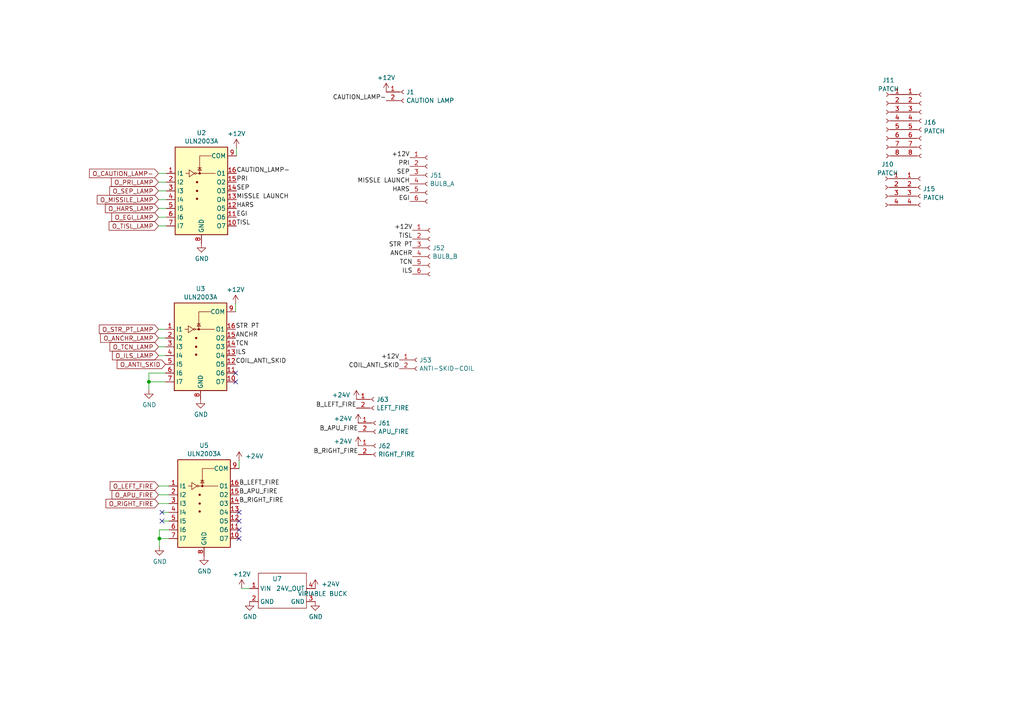
<source format=kicad_sch>
(kicad_sch (version 20231120) (generator "eeschema") (generator_version "8.0")
  (paper "A4")
  (lib_symbols
    (symbol "+12V_1" (power) (pin_names (offset 0))
      (property "Value" "+12V_1" (at 0 3.556 0))
      (symbol "+12V_1_0_1"
        (polyline (pts (xy -0.762 1.27) (xy 0 2.54)))
        (polyline (pts (xy 0 0) (xy 0 2.54)))
        (polyline (pts (xy 0 2.54) (xy 0.762 1.27)))
      )
      (symbol "+12V_1_1_1"
        (pin power_in line (at 0 0 90) (length 0) hide (name "+12V") (number "1"))
      )
    )
    (symbol "Connector:Conn_01x02_Socket" (pin_names (offset 1.016) hide)
      (property "Reference" "J" (at 0 2.54 0))
      (property "Value" "Conn_01x02_Socket" (at 0 -5.08 0))
      (symbol "Conn_01x02_Socket_1_1"
        (arc (start 0 -2.032) (mid -0.5058 -2.54) (end 0 -3.048) (stroke (width 0.1524)))
        (polyline (pts (xy -1.27 -2.54) (xy -0.508 -2.54)) (stroke (width 0.1524)))
        (polyline (pts (xy -1.27 0) (xy -0.508 0)) (stroke (width 0.1524)))
        (arc (start 0 0.508) (mid -0.5058 0) (end 0 -0.508) (stroke (width 0.1524)))
        (pin passive line (at -5.08 0 0) (length 3.81) (name "Pin_1") (number "1"))
        (pin passive line (at -5.08 -2.54 0) (length 3.81) (name "Pin_2") (number "2"))
      )
    )
    (symbol "Connector:Conn_01x04_Female" (pin_names (offset 1.016) hide)
      (property "Reference" "J" (at 0 5.08 0))
      (property "Value" "Conn_01x04_Female" (at 0 -7.62 0))
      (symbol "Conn_01x04_Female_1_1"
        (arc (start 0 -4.572) (mid -0.5058 -5.08) (end 0 -5.588) (stroke (width 0.1524)))
        (arc (start 0 -2.032) (mid -0.5058 -2.54) (end 0 -3.048) (stroke (width 0.1524)))
        (polyline (pts (xy -1.27 -5.08) (xy -0.508 -5.08)) (stroke (width 0.1524)))
        (polyline (pts (xy -1.27 -2.54) (xy -0.508 -2.54)) (stroke (width 0.1524)))
        (polyline (pts (xy -1.27 0) (xy -0.508 0)) (stroke (width 0.1524)))
        (polyline (pts (xy -1.27 2.54) (xy -0.508 2.54)) (stroke (width 0.1524)))
        (arc (start 0 0.508) (mid -0.5058 0) (end 0 -0.508) (stroke (width 0.1524)))
        (arc (start 0 3.048) (mid -0.5058 2.54) (end 0 2.032) (stroke (width 0.1524)))
        (pin passive line (at -5.08 2.54 0) (length 3.81) (name "Pin_1") (number "1"))
        (pin passive line (at -5.08 0 0) (length 3.81) (name "Pin_2") (number "2"))
        (pin passive line (at -5.08 -2.54 0) (length 3.81) (name "Pin_3") (number "3"))
        (pin passive line (at -5.08 -5.08 0) (length 3.81) (name "Pin_4") (number "4"))
      )
    )
    (symbol "Connector:Conn_01x06_Socket" (pin_names (offset 1.016) hide)
      (property "Reference" "J" (at 0 7.62 0))
      (property "Value" "Conn_01x06_Socket" (at 0 -10.16 0))
      (symbol "Conn_01x06_Socket_1_1"
        (arc (start 0 -7.112) (mid -0.5058 -7.62) (end 0 -8.128) (stroke (width 0.1524)))
        (arc (start 0 -4.572) (mid -0.5058 -5.08) (end 0 -5.588) (stroke (width 0.1524)))
        (arc (start 0 -2.032) (mid -0.5058 -2.54) (end 0 -3.048) (stroke (width 0.1524)))
        (polyline (pts (xy -1.27 -7.62) (xy -0.508 -7.62)) (stroke (width 0.1524)))
        (polyline (pts (xy -1.27 -5.08) (xy -0.508 -5.08)) (stroke (width 0.1524)))
        (polyline (pts (xy -1.27 -2.54) (xy -0.508 -2.54)) (stroke (width 0.1524)))
        (polyline (pts (xy -1.27 0) (xy -0.508 0)) (stroke (width 0.1524)))
        (polyline (pts (xy -1.27 2.54) (xy -0.508 2.54)) (stroke (width 0.1524)))
        (polyline (pts (xy -1.27 5.08) (xy -0.508 5.08)) (stroke (width 0.1524)))
        (arc (start 0 0.508) (mid -0.5058 0) (end 0 -0.508) (stroke (width 0.1524)))
        (arc (start 0 3.048) (mid -0.5058 2.54) (end 0 2.032) (stroke (width 0.1524)))
        (arc (start 0 5.588) (mid -0.5058 5.08) (end 0 4.572) (stroke (width 0.1524)))
        (pin passive line (at -5.08 5.08 0) (length 3.81) (name "Pin_1") (number "1"))
        (pin passive line (at -5.08 2.54 0) (length 3.81) (name "Pin_2") (number "2"))
        (pin passive line (at -5.08 0 0) (length 3.81) (name "Pin_3") (number "3"))
        (pin passive line (at -5.08 -2.54 0) (length 3.81) (name "Pin_4") (number "4"))
        (pin passive line (at -5.08 -5.08 0) (length 3.81) (name "Pin_5") (number "5"))
        (pin passive line (at -5.08 -7.62 0) (length 3.81) (name "Pin_6") (number "6"))
      )
    )
    (symbol "Connector:Conn_01x08_Female" (pin_names (offset 1.016) hide)
      (property "Reference" "J" (at 0 10.16 0))
      (property "Value" "Conn_01x08_Female" (at 0 -12.7 0))
      (symbol "Conn_01x08_Female_1_1"
        (arc (start 0 -9.652) (mid -0.5058 -10.16) (end 0 -10.668) (stroke (width 0.1524)))
        (arc (start 0 -7.112) (mid -0.5058 -7.62) (end 0 -8.128) (stroke (width 0.1524)))
        (arc (start 0 -4.572) (mid -0.5058 -5.08) (end 0 -5.588) (stroke (width 0.1524)))
        (arc (start 0 -2.032) (mid -0.5058 -2.54) (end 0 -3.048) (stroke (width 0.1524)))
        (polyline (pts (xy -1.27 -10.16) (xy -0.508 -10.16)) (stroke (width 0.1524)))
        (polyline (pts (xy -1.27 -7.62) (xy -0.508 -7.62)) (stroke (width 0.1524)))
        (polyline (pts (xy -1.27 -5.08) (xy -0.508 -5.08)) (stroke (width 0.1524)))
        (polyline (pts (xy -1.27 -2.54) (xy -0.508 -2.54)) (stroke (width 0.1524)))
        (polyline (pts (xy -1.27 0) (xy -0.508 0)) (stroke (width 0.1524)))
        (polyline (pts (xy -1.27 2.54) (xy -0.508 2.54)) (stroke (width 0.1524)))
        (polyline (pts (xy -1.27 5.08) (xy -0.508 5.08)) (stroke (width 0.1524)))
        (polyline (pts (xy -1.27 7.62) (xy -0.508 7.62)) (stroke (width 0.1524)))
        (arc (start 0 0.508) (mid -0.5058 0) (end 0 -0.508) (stroke (width 0.1524)))
        (arc (start 0 3.048) (mid -0.5058 2.54) (end 0 2.032) (stroke (width 0.1524)))
        (arc (start 0 5.588) (mid -0.5058 5.08) (end 0 4.572) (stroke (width 0.1524)))
        (arc (start 0 8.128) (mid -0.5058 7.62) (end 0 7.112) (stroke (width 0.1524)))
        (pin passive line (at -5.08 7.62 0) (length 3.81) (name "Pin_1") (number "1"))
        (pin passive line (at -5.08 5.08 0) (length 3.81) (name "Pin_2") (number "2"))
        (pin passive line (at -5.08 2.54 0) (length 3.81) (name "Pin_3") (number "3"))
        (pin passive line (at -5.08 0 0) (length 3.81) (name "Pin_4") (number "4"))
        (pin passive line (at -5.08 -2.54 0) (length 3.81) (name "Pin_5") (number "5"))
        (pin passive line (at -5.08 -5.08 0) (length 3.81) (name "Pin_6") (number "6"))
        (pin passive line (at -5.08 -7.62 0) (length 3.81) (name "Pin_7") (number "7"))
        (pin passive line (at -5.08 -10.16 0) (length 3.81) (name "Pin_8") (number "8"))
      )
    )
    (symbol "Regulator_Switching:VARIABLE_BUCK"
      (property "Reference" "U" (at 0 9.398 0))
      (symbol "VARIABLE_BUCK_0_1"
        (rectangle (start -3.81 6.985) (end 10.16 -3.175))
      )
      (symbol "VARIABLE_BUCK_1_1"
        (pin power_in line (at -6.35 2.54 0) (length 2.54) (name "VIN") (number "1"))
        (pin power_in line (at -6.35 -1.27 0) (length 2.54) (name "GND") (number "2"))
        (pin power_in line (at 12.7 -1.27 180) (length 2.54) (name "GND") (number "3"))
        (pin power_out line (at 12.7 2.54 180) (length 2.54) (name "24V_OUT") (number "4"))
      )
    )
    (symbol "Transistor_Array:ULN2003A"
      (property "Reference" "U" (at 0 15.875 0))
      (property "Value" "ULN2003A" (at 0 13.97 0))
      (symbol "ULN2003A_0_1"
        (rectangle (start -7.62 -12.7) (end 7.62 12.7) (stroke (width 0.254)) (fill (type background)))
        (circle (center -1.778 5.08) (radius 0.254))
        (circle (center -1.27 -2.286) (radius 0.254) (fill (type outline)))
        (circle (center -1.27 0) (radius 0.254) (fill (type outline)))
        (circle (center -1.27 2.54) (radius 0.254) (fill (type outline)))
        (circle (center -0.508 5.08) (radius 0.254) (fill (type outline)))
        (polyline (pts (xy -4.572 5.08) (xy -3.556 5.08)))
        (polyline (pts (xy -1.524 5.08) (xy 4.064 5.08)))
        (polyline (pts (xy 0 6.731) (xy -1.016 6.731)))
        (polyline (pts (xy -0.508 5.08) (xy -0.508 10.16) (xy 2.921 10.16)))
        (polyline (pts (xy -3.556 6.096) (xy -3.556 4.064) (xy -2.032 5.08) (xy -3.556 6.096)))
        (polyline (pts (xy 0 5.969) (xy -1.016 5.969) (xy -0.508 6.731) (xy 0 5.969)))
      )
      (symbol "ULN2003A_1_1"
        (pin input line (at -10.16 5.08 0) (length 2.54) (name "I1") (number "1"))
        (pin open_collector line (at 10.16 -10.16 180) (length 2.54) (name "O7") (number "10"))
        (pin open_collector line (at 10.16 -7.62 180) (length 2.54) (name "O6") (number "11"))
        (pin open_collector line (at 10.16 -5.08 180) (length 2.54) (name "O5") (number "12"))
        (pin open_collector line (at 10.16 -2.54 180) (length 2.54) (name "O4") (number "13"))
        (pin open_collector line (at 10.16 0 180) (length 2.54) (name "O3") (number "14"))
        (pin open_collector line (at 10.16 2.54 180) (length 2.54) (name "O2") (number "15"))
        (pin open_collector line (at 10.16 5.08 180) (length 2.54) (name "O1") (number "16"))
        (pin input line (at -10.16 2.54 0) (length 2.54) (name "I2") (number "2"))
        (pin input line (at -10.16 0 0) (length 2.54) (name "I3") (number "3"))
        (pin input line (at -10.16 -2.54 0) (length 2.54) (name "I4") (number "4"))
        (pin input line (at -10.16 -5.08 0) (length 2.54) (name "I5") (number "5"))
        (pin input line (at -10.16 -7.62 0) (length 2.54) (name "I6") (number "6"))
        (pin input line (at -10.16 -10.16 0) (length 2.54) (name "I7") (number "7"))
        (pin power_in line (at 0 -15.24 90) (length 2.54) (name "GND") (number "8"))
        (pin passive line (at 10.16 10.16 180) (length 2.54) (name "COM") (number "9"))
      )
    )
    (symbol "power:GND" (power) (pin_names (offset 0))
      (property "Value" "GND" (at 0 -3.81 0))
      (symbol "GND_0_1"
        (polyline (pts (xy 0 0) (xy 0 -1.27) (xy 1.27 -1.27) (xy 0 -2.54) (xy -1.27 -1.27) (xy 0 -1.27)))
      )
      (symbol "GND_1_1"
        (pin power_in line (at 0 0 270) (length 0) hide (name "GND") (number "1"))
      )
    )
  )
  (junction (at 43.18 110.744))
  (junction (at 46.228 156.21))
  (no_connect (at 69.342 153.67))
  (no_connect (at 69.342 151.13))
  (no_connect (at 68.326 110.744))
  (no_connect (at 68.326 108.204))
  (no_connect (at 46.99 151.13))
  (no_connect (at 69.342 148.59))
  (no_connect (at 46.99 148.59))
  (no_connect (at 69.342 156.21))
  (wire (pts (xy 69.342 133.604) (xy 69.342 135.89)))
  (wire (pts (xy 49.022 153.67) (xy 46.228 153.67)))
  (wire (pts (xy 43.18 108.204) (xy 43.18 110.744)))
  (wire (pts (xy 45.974 62.992) (xy 48.26 62.992)))
  (wire (pts (xy 45.974 52.832) (xy 48.26 52.832)))
  (wire (pts (xy 45.974 50.292) (xy 48.26 50.292)))
  (wire (pts (xy 45.974 143.51) (xy 49.022 143.51)))
  (wire (pts (xy 43.18 110.744) (xy 48.006 110.744)))
  (wire (pts (xy 45.974 57.912) (xy 48.26 57.912)))
  (wire (pts (xy 46.99 148.59) (xy 49.022 148.59)))
  (wire (pts (xy 45.974 100.584) (xy 48.006 100.584)))
  (wire (pts (xy 46.228 156.21) (xy 46.228 158.496)))
  (wire (pts (xy 45.974 140.97) (xy 49.022 140.97)))
  (wire (pts (xy 43.18 108.204) (xy 48.006 108.204)))
  (wire (pts (xy 68.326 88.138) (xy 68.326 90.424)))
  (wire (pts (xy 45.974 55.372) (xy 48.26 55.372)))
  (wire (pts (xy 45.974 98.044) (xy 48.006 98.044)))
  (wire (pts (xy 68.58 42.926) (xy 68.58 45.212)))
  (wire (pts (xy 45.974 146.05) (xy 49.022 146.05)))
  (wire (pts (xy 45.974 60.452) (xy 48.26 60.452)))
  (wire (pts (xy 43.18 110.744) (xy 43.18 113.03)))
  (wire (pts (xy 46.99 151.13) (xy 49.022 151.13)))
  (wire (pts (xy 46.228 156.21) (xy 49.022 156.21)))
  (wire (pts (xy 46.228 153.67) (xy 46.228 156.21)))
  (wire (pts (xy 45.974 103.124) (xy 48.006 103.124)))
  (wire (pts (xy 45.974 65.532) (xy 48.26 65.532)))
  (wire (pts (xy 70.104 170.688) (xy 72.39 170.688)))
  (wire (pts (xy 45.974 95.504) (xy 48.006 95.504)))
  (label "PRI" (at 68.58 52.832 0))
  (label "STR PT" (at 68.326 95.504 0))
  (label "+12V" (at 115.824 104.394 180))
  (label "TCN" (at 119.634 76.962 180))
  (label "ILS" (at 119.634 79.502 180))
  (label "SEP" (at 68.58 55.372 0))
  (label "+12V" (at 119.634 66.802 180))
  (label "B_RIGHT_FIRE" (at 103.886 131.826 180))
  (label "B_LEFT_FIRE" (at 103.378 118.364 180))
  (label "PRI" (at 118.872 48.26 180))
  (label "+12V" (at 118.872 45.72 180))
  (label "SEP" (at 118.872 50.8 180))
  (label "HARS" (at 68.58 60.452 0))
  (label "B_APU_FIRE" (at 69.342 143.51 0))
  (label "TISL" (at 119.634 69.342 180))
  (label "B_RIGHT_FIRE" (at 69.342 146.05 0))
  (label "STR PT" (at 119.634 71.882 180))
  (label "ILS" (at 68.326 103.124 0))
  (label "B_LEFT_FIRE" (at 69.342 140.97 0))
  (label "CAUTION_LAMP-" (at 112.014 29.21 180))
  (label "ANCHR" (at 119.634 74.422 180))
  (label "TISL" (at 68.58 65.532 0))
  (label "B_APU_FIRE" (at 103.886 125.222 180))
  (label "ANCHR" (at 68.326 98.044 0))
  (label "MISSLE LAUNCH" (at 68.58 57.912 0))
  (label "MISSLE LAUNCH" (at 118.872 53.34 180))
  (label "COIL_ANTI_SKID" (at 68.326 105.664 0))
  (label "EGI" (at 118.872 58.42 180))
  (label "EGI" (at 68.58 62.992 0))
  (label "COIL_ANTI_SKID" (at 115.824 106.934 180))
  (label "TCN" (at 68.326 100.584 0))
  (label "HARS" (at 118.872 55.88 180))
  (label "CAUTION_LAMP-" (at 68.58 50.292 0))
  (global_label "O_PRI_LAMP" (shape input) (at 45.974 52.832 180) (property "Intersheetrefs" "${INTERSHEET_REFS}" (effects (hide yes))))
  (global_label "O_TISL_LAMP" (shape input) (at 45.974 65.532 180) (property "Intersheetrefs" "${INTERSHEET_REFS}" (effects (hide yes))))
  (global_label "O_EGI_LAMP" (shape input) (at 45.974 62.992 180) (property "Intersheetrefs" "${INTERSHEET_REFS}" (effects (hide yes))))
  (global_label "O_ANTI_SKID" (shape input) (at 48.006 105.664 180) (property "Intersheetrefs" "${INTERSHEET_REFS}" (effects (hide yes))))
  (global_label "O_HARS_LAMP" (shape input) (at 45.974 60.452 180) (property "Intersheetrefs" "${INTERSHEET_REFS}" (effects (hide yes))))
  (global_label "O_CAUTION_LAMP-" (shape input) (at 45.974 50.292 180) (property "Intersheetrefs" "${INTERSHEET_REFS}" (effects (hide yes))))
  (global_label "O_ILS_LAMP" (shape input) (at 45.974 103.124 180) (property "Intersheetrefs" "${INTERSHEET_REFS}" (effects (hide yes))))
  (global_label "O_SEP_LAMP" (shape input) (at 45.974 55.372 180) (property "Intersheetrefs" "${INTERSHEET_REFS}" (effects (hide yes))))
  (global_label "O_TCN_LAMP" (shape input) (at 45.974 100.584 180) (property "Intersheetrefs" "${INTERSHEET_REFS}" (effects (hide yes))))
  (global_label "O_MISSILE_LAMP" (shape input) (at 45.974 57.912 180) (property "Intersheetrefs" "${INTERSHEET_REFS}" (effects (hide yes))))
  (global_label "O_RIGHT_FIRE" (shape input) (at 45.974 146.05 180) (property "Intersheetrefs" "${INTERSHEET_REFS}" (effects (hide yes))))
  (global_label "O_APU_FIRE" (shape input) (at 45.974 143.51 180) (property "Intersheetrefs" "${INTERSHEET_REFS}" (effects (hide yes))))
  (global_label "O_ANCHR_LAMP" (shape input) (at 45.974 98.044 180) (property "Intersheetrefs" "${INTERSHEET_REFS}" (effects (hide yes))))
  (global_label "O_LEFT_FIRE" (shape input) (at 45.974 140.97 180) (property "Intersheetrefs" "${INTERSHEET_REFS}" (effects (hide yes))))
  (global_label "O_STR_PT_LAMP" (shape input) (at 45.974 95.504 180) (property "Intersheetrefs" "${INTERSHEET_REFS}" (effects (hide yes))))
  (symbol (lib_name "+12V_1") (lib_id "power:+12V") (at 68.58 42.926 0) (unit 1)
    (property "Reference" "#PWR066" (effects (hide yes)))
    (property "Value" "+12V" (at 68.58 38.7929 0))
  )
  (symbol (lib_name "+12V_1") (lib_id "power:+12V") (at 68.326 88.138 0) (unit 1)
    (property "Reference" "#PWR070" (effects (hide yes)))
    (property "Value" "+12V" (at 68.326 84.0049 0))
  )
  (symbol (lib_name "+12V_1") (lib_id "power:+12V") (at 103.886 129.286 0) (mirror y) (unit 1)
    (property "Reference" "#PWR093" (effects (hide yes)))
    (property "Value" "+24V" (at 102.108 128.0159 0) (effects (justify left)))
  )
  (symbol (lib_id "Regulator_Switching:VARIABLE_BUCK") (at 78.74 173.228 0) (unit 1)
    (property "Reference" "U7" (at 78.994 167.894 0) (effects (justify left)))
    (property "Value" "VIRIABLE BUCK" (at 86.36 172.2177 0) (effects (justify left)))
    (property "Footprint" "VARIABLE_BUCK:VARIABLE_BUCK" (effects (hide yes)))
  )
  (symbol (lib_id "power:GND") (at 58.42 70.612 0) (unit 1)
    (property "Reference" "#PWR065" (effects (hide yes)))
    (property "Value" "GND" (at 58.547 75.0062 0))
  )
  (symbol (lib_id "Connector:Conn_01x06_Socket") (at 124.714 71.882 0) (unit 1)
    (property "Reference" "J52" (at 125.4252 71.9399 0) (effects (justify left)))
    (property "Value" "BULB_B" (at 125.4252 74.3641 0) (effects (justify left)))
    (property "Footprint" "Connector_Molex:Molex_KK-254_AE-6410-06A_1x06_P2.54mm_Vertical" (effects (hide yes)))
  )
  (symbol (lib_id "Connector:Conn_01x02_Socket") (at 108.966 129.286 0) (unit 1)
    (property "Reference" "J62" (at 109.6772 129.3439 0) (effects (justify left)))
    (property "Value" "RIGHT_FIRE" (at 109.6772 131.7681 0) (effects (justify left)))
    (property "Footprint" "Connector_Molex:Molex_KK-254_AE-6410-02A_1x02_P2.54mm_Vertical" (effects (hide yes)))
  )
  (symbol (lib_id "power:GND") (at 43.18 113.03 0) (unit 1)
    (property "Reference" "#PWR077" (effects (hide yes)))
    (property "Value" "GND" (at 43.307 117.4242 0))
  )
  (symbol (lib_name "+12V_1") (lib_id "power:+12V") (at 103.378 115.824 0) (mirror y) (unit 1)
    (property "Reference" "#PWR091" (effects (hide yes)))
    (property "Value" "+24V" (at 101.6 114.5539 0) (effects (justify left)))
  )
  (symbol (lib_id "Connector:Conn_01x08_Female") (at 267.208 35.052 0) (unit 1)
    (property "Reference" "J16" (at 267.9192 35.4873 0) (effects (justify left)))
    (property "Value" "PATCH" (at 267.9192 38.0242 0) (effects (justify left)))
    (property "Footprint" "Connector_PinHeader_2.54mm:PinHeader_1x08_P2.54mm_Vertical" (effects (hide yes)))
  )
  (symbol (lib_id "Transistor_Array:ULN2003A") (at 58.42 55.372 0) (unit 1)
    (property "Reference" "U2" (at 58.42 38.5277 0))
    (property "Value" "ULN2003A" (at 58.42 40.9519 0))
    (property "Footprint" "Package_DIP:DIP-16_W7.62mm_LongPads" (effects (hide yes)))
    (property "Datasheet" "http://www.ti.com/lit/ds/symlink/uln2003a.pdf" (effects (hide yes)))
  )
  (symbol (lib_name "+12V_1") (lib_id "power:+12V") (at 103.886 122.682 0) (mirror y) (unit 1)
    (property "Reference" "#PWR092" (effects (hide yes)))
    (property "Value" "+24V" (at 102.108 121.4119 0) (effects (justify left)))
  )
  (symbol (lib_id "power:GND") (at 91.44 174.498 0) (unit 1)
    (property "Reference" "#PWR099" (effects (hide yes)))
    (property "Value" "GND" (at 91.567 178.8922 0))
  )
  (symbol (lib_id "Connector:Conn_01x02_Socket") (at 108.458 115.824 0) (unit 1)
    (property "Reference" "J63" (at 109.1692 115.8819 0) (effects (justify left)))
    (property "Value" "LEFT_FIRE" (at 109.1692 118.3061 0) (effects (justify left)))
    (property "Footprint" "Connector_Molex:Molex_KK-254_AE-6410-02A_1x02_P2.54mm_Vertical" (effects (hide yes)))
  )
  (symbol (lib_id "power:GND") (at 72.39 174.498 0) (unit 1)
    (property "Reference" "#PWR098" (effects (hide yes)))
    (property "Value" "GND" (at 72.517 178.8922 0))
  )
  (symbol (lib_name "+12V_1") (lib_id "power:+12V") (at 91.44 170.688 0) (unit 1)
    (property "Reference" "#PWR094" (effects (hide yes)))
    (property "Value" "+24V" (at 93.218 169.4179 0) (effects (justify left)))
  )
  (symbol (lib_id "power:GND") (at 46.228 158.496 0) (unit 1)
    (property "Reference" "#PWR076" (effects (hide yes)))
    (property "Value" "GND" (at 46.355 162.8902 0))
  )
  (symbol (lib_id "Connector:Conn_01x06_Socket") (at 123.952 50.8 0) (unit 1)
    (property "Reference" "J51" (at 124.6632 50.8579 0) (effects (justify left)))
    (property "Value" "BULB_A" (at 124.6632 53.2821 0) (effects (justify left)))
    (property "Footprint" "Connector_Molex:Molex_KK-254_AE-6410-06A_1x06_P2.54mm_Vertical" (effects (hide yes)))
  )
  (symbol (lib_name "+12V_1") (lib_id "power:+12V") (at 112.014 26.67 0) (unit 1)
    (property "Reference" "#PWR067" (effects (hide yes)))
    (property "Value" "+12V" (at 112.014 22.5369 0))
  )
  (symbol (lib_name "+12V_1") (lib_id "power:+12V") (at 69.342 133.604 0) (unit 1)
    (property "Reference" "#PWR075" (effects (hide yes)))
    (property "Value" "+24V" (at 71.12 132.3339 0) (effects (justify left)))
  )
  (symbol (lib_name "+12V_1") (lib_id "power:+12V") (at 70.104 170.688 0) (unit 1)
    (property "Reference" "#PWR095" (effects (hide yes)))
    (property "Value" "+12V" (at 70.104 166.5549 0))
  )
  (symbol (lib_id "Connector:Conn_01x08_Female") (at 257.048 35.052 0) (mirror y) (unit 1)
    (property "Reference" "J11" (at 257.683 23.275 0))
    (property "Value" "PATCH" (at 257.683 25.8119 0))
    (property "Footprint" "Connector_PinHeader_2.54mm:PinHeader_1x08_P2.54mm_Vertical" (effects (hide yes)))
  )
  (symbol (lib_id "Transistor_Array:ULN2003A") (at 59.182 146.05 0) (unit 1)
    (property "Reference" "U5" (at 59.182 129.2057 0))
    (property "Value" "ULN2003A" (at 59.182 131.6299 0))
    (property "Footprint" "Package_DIP:DIP-16_W7.62mm_LongPads" (effects (hide yes)))
    (property "Datasheet" "http://www.ti.com/lit/ds/symlink/uln2003a.pdf" (effects (hide yes)))
  )
  (symbol (lib_id "power:GND") (at 59.182 161.29 0) (unit 1)
    (property "Reference" "#PWR072" (effects (hide yes)))
    (property "Value" "GND" (at 59.309 165.6842 0))
  )
  (symbol (lib_id "Connector:Conn_01x02_Socket") (at 120.904 104.394 0) (unit 1)
    (property "Reference" "J53" (at 121.6152 104.4519 0) (effects (justify left)))
    (property "Value" "ANTI-SKID-COIL" (at 121.6152 106.8761 0) (effects (justify left)))
    (property "Footprint" "Connector_Molex:Molex_KK-254_AE-6410-02A_1x02_P2.54mm_Vertical" (effects (hide yes)))
  )
  (symbol (lib_id "Connector:Conn_01x04_Female") (at 266.954 54.356 0) (unit 1)
    (property "Reference" "J15" (at 267.6652 54.7913 0) (effects (justify left)))
    (property "Value" "PATCH" (at 267.6652 57.3282 0) (effects (justify left)))
    (property "Footprint" "Connector_PinHeader_2.54mm:PinHeader_1x04_P2.54mm_Vertical" (effects (hide yes)))
  )
  (symbol (lib_id "Connector:Conn_01x02_Socket") (at 108.966 122.682 0) (unit 1)
    (property "Reference" "J61" (at 109.6772 122.7399 0) (effects (justify left)))
    (property "Value" "APU_FIRE" (at 109.6772 125.1641 0) (effects (justify left)))
    (property "Footprint" "Connector_Molex:Molex_KK-254_AE-6410-02A_1x02_P2.54mm_Vertical" (effects (hide yes)))
  )
  (symbol (lib_id "Connector:Conn_01x02_Socket") (at 117.094 26.67 0) (unit 1)
    (property "Reference" "J1" (at 117.8052 26.7279 0) (effects (justify left)))
    (property "Value" "CAUTION LAMP" (at 117.8052 29.1521 0) (effects (justify left)))
    (property "Footprint" "Connector_Molex:Molex_KK-254_AE-6410-02A_1x02_P2.54mm_Vertical" (effects (hide yes)))
    (instances (project "UFC" (path "" (reference "J1") (unit 1))) (project "Forward Console Cmbined Input and Output" (path "" (reference "J49") (unit 1))))
  )
  (symbol (lib_id "Transistor_Array:ULN2003A") (at 58.166 100.584 0) (unit 1)
    (property "Reference" "U3" (at 58.166 83.7397 0))
    (property "Value" "ULN2003A" (at 58.166 86.1639 0))
    (property "Footprint" "Package_DIP:DIP-16_W7.62mm_LongPads" (effects (hide yes)))
    (property "Datasheet" "http://www.ti.com/lit/ds/symlink/uln2003a.pdf" (effects (hide yes)))
  )
  (symbol (lib_id "Connector:Conn_01x04_Female") (at 256.794 54.356 0) (mirror y) (unit 1)
    (property "Reference" "J10" (at 257.429 47.659 0))
    (property "Value" "PATCH" (at 257.429 50.1959 0))
    (property "Footprint" "Connector_PinHeader_2.54mm:PinHeader_1x04_P2.54mm_Vertical" (effects (hide yes)))
  )
  (symbol (lib_id "power:GND") (at 58.166 115.824 0) (unit 1)
    (property "Reference" "#PWR071" (effects (hide yes)))
    (property "Value" "GND" (at 58.293 120.2182 0))
  )
)
</source>
